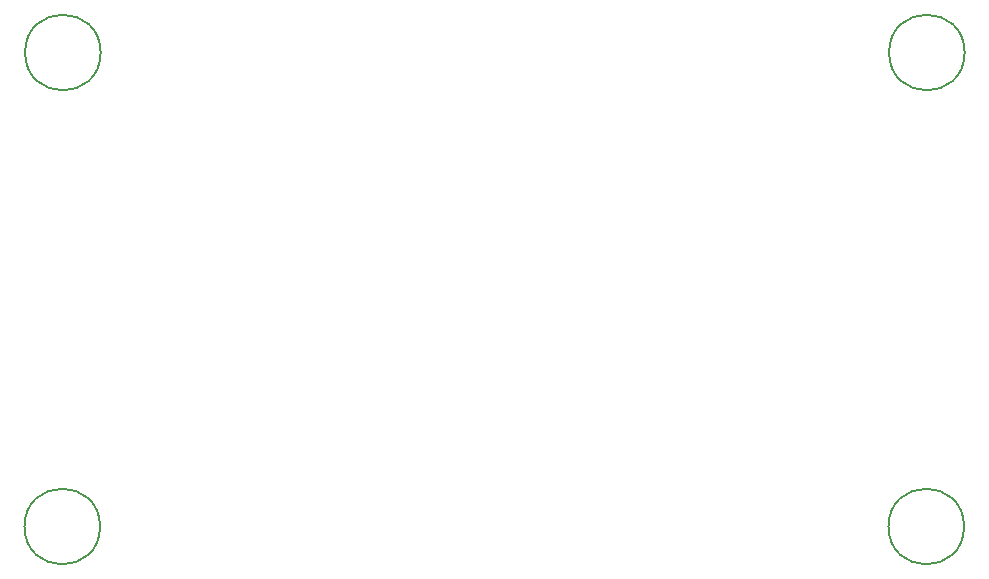
<source format=gbr>
%TF.GenerationSoftware,KiCad,Pcbnew,8.0.4*%
%TF.CreationDate,2024-07-23T21:16:43+01:00*%
%TF.ProjectId,8_Way_Relay_Board,385f5761-795f-4526-956c-61795f426f61,V1*%
%TF.SameCoordinates,Original*%
%TF.FileFunction,Other,Comment*%
%FSLAX46Y46*%
G04 Gerber Fmt 4.6, Leading zero omitted, Abs format (unit mm)*
G04 Created by KiCad (PCBNEW 8.0.4) date 2024-07-23 21:16:43*
%MOMM*%
%LPD*%
G01*
G04 APERTURE LIST*
%ADD10C,0.150000*%
G04 APERTURE END LIST*
D10*
%TO.C,H2*%
X143763600Y-51358800D02*
G75*
G02*
X137363600Y-51358800I-3200000J0D01*
G01*
X137363600Y-51358800D02*
G75*
G02*
X143763600Y-51358800I3200000J0D01*
G01*
%TO.C,H4*%
X143712800Y-91490800D02*
G75*
G02*
X137312800Y-91490800I-3200000J0D01*
G01*
X137312800Y-91490800D02*
G75*
G02*
X143712800Y-91490800I3200000J0D01*
G01*
%TO.C,H1*%
X70611600Y-51358800D02*
G75*
G02*
X64211600Y-51358800I-3200000J0D01*
G01*
X64211600Y-51358800D02*
G75*
G02*
X70611600Y-51358800I3200000J0D01*
G01*
%TO.C,H3*%
X70560800Y-91490800D02*
G75*
G02*
X64160800Y-91490800I-3200000J0D01*
G01*
X64160800Y-91490800D02*
G75*
G02*
X70560800Y-91490800I3200000J0D01*
G01*
%TD*%
M02*

</source>
